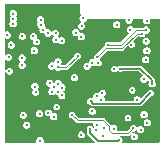
<source format=gbr>
%TF.GenerationSoftware,KiCad,Pcbnew,8.0.7*%
%TF.CreationDate,2025-01-06T01:22:00-08:00*%
%TF.ProjectId,Miniscope-v4-Wire-Free,4d696e69-7363-46f7-9065-2d76342d5769,rev?*%
%TF.SameCoordinates,Original*%
%TF.FileFunction,Copper,L2,Inr*%
%TF.FilePolarity,Positive*%
%FSLAX46Y46*%
G04 Gerber Fmt 4.6, Leading zero omitted, Abs format (unit mm)*
G04 Created by KiCad (PCBNEW 8.0.7) date 2025-01-06 01:22:00*
%MOMM*%
%LPD*%
G01*
G04 APERTURE LIST*
%TA.AperFunction,ViaPad*%
%ADD10C,0.254000*%
%TD*%
%TA.AperFunction,ViaPad*%
%ADD11C,0.304800*%
%TD*%
%TA.AperFunction,Conductor*%
%ADD12C,0.152400*%
%TD*%
%TA.AperFunction,Conductor*%
%ADD13C,0.101600*%
%TD*%
G04 APERTURE END LIST*
D10*
%TO.N,Net-(R22-Pad1)*%
X84046000Y-66989600D03*
D11*
X82598200Y-67540200D03*
D10*
%TO.N,GND*%
X85049800Y-62858600D03*
D11*
X86131000Y-67544900D03*
X83210000Y-61537800D03*
X81051000Y-68497400D03*
X83946500Y-60170600D03*
X83819600Y-69551500D03*
X85474133Y-59612893D03*
D10*
X89129800Y-60915800D03*
D11*
X82090200Y-63476200D03*
X88417000Y-59963000D03*
D10*
X84999000Y-65322400D03*
D11*
X85032200Y-68810200D03*
X82079700Y-63988900D03*
X83349700Y-68357700D03*
X82625800Y-69275800D03*
X81889200Y-58464400D03*
X83932200Y-66033600D03*
D10*
X89698000Y-68853000D03*
X89850400Y-62299800D03*
D11*
X85722400Y-68835600D03*
D10*
X90907800Y-62840800D03*
D11*
X91615200Y-69707000D03*
X89318700Y-67316300D03*
X86446800Y-64941400D03*
X90282200Y-64535000D03*
X92060200Y-69335600D03*
X83556203Y-64504598D03*
X81127200Y-62274400D03*
X83957611Y-64010396D03*
D10*
X86672400Y-62754000D03*
D11*
X81571700Y-61131400D03*
X81114500Y-65779600D03*
%TO.N,/SD_DAT2*%
X79844500Y-60890100D03*
%TO.N,/SD_DAT3*%
X80187400Y-61741000D03*
%TO.N,/SD_DAT0*%
X82067000Y-61017100D03*
%TO.N,/SD_CMD*%
X79971500Y-62769700D03*
%TO.N,/SD_CLK*%
X81130607Y-61000993D03*
%TO.N,/SD_DAT1*%
X80352500Y-59937600D03*
%TO.N,/USB_VBUS*%
X86933200Y-66502800D03*
D10*
X91983500Y-65774900D03*
D11*
%TO.N,/SWCLK*%
X86154200Y-60123400D03*
%TO.N,/SWDIO*%
X86116600Y-61029800D03*
%TO.N,+1V8*%
X84160800Y-63595200D03*
X91676174Y-59683600D03*
X81508200Y-68522800D03*
D10*
X85828800Y-62641800D03*
D11*
X87920000Y-65805000D03*
X84465600Y-66006475D03*
X81114500Y-63447200D03*
X91145275Y-68904400D03*
D10*
X90374400Y-61697800D03*
D11*
X88021597Y-68785053D03*
X85664425Y-60683005D03*
X91676198Y-62223610D03*
X82143200Y-62210900D03*
X82706100Y-60017900D03*
D10*
X90374400Y-61697800D03*
D11*
%TO.N,/SPI1_MOSI*%
X83451300Y-64966800D03*
%TO.N,/SPI1_MISO*%
X83787717Y-65298375D03*
%TO.N,/SDMMC1_D0*%
X82884880Y-60430360D03*
%TO.N,/SDMMC1_D1*%
X82675813Y-59581213D03*
X83982160Y-61273640D03*
%TO.N,/SDMMC1_D3*%
X84454600Y-61359968D03*
X80365202Y-59074000D03*
%TO.N,/SDMMC1_CMD*%
X80377900Y-59505800D03*
%TO.N,/SDMMC1_CK*%
X82346400Y-61461600D03*
D10*
%TO.N,+3V3*%
X90079000Y-67913200D03*
D11*
X80035000Y-63950800D03*
X83792000Y-67802000D03*
D10*
X90434600Y-65576400D03*
D11*
X83946500Y-60720600D03*
X81114500Y-62833200D03*
X81216100Y-67684600D03*
X83311500Y-60720600D03*
X83652687Y-65681699D03*
X82259295Y-65741708D03*
X91424700Y-64644610D03*
D10*
X90434600Y-65576400D03*
X90079000Y-67913200D03*
%TO.N,/LED_PWM*%
X87472400Y-62746600D03*
D11*
X91245317Y-60771100D03*
D10*
%TO.N,VDC*%
X86861000Y-68843400D03*
D11*
X87043200Y-67349700D03*
X82625800Y-69830900D03*
X89307600Y-69800400D03*
D10*
%TO.N,/ENT*%
X88936000Y-63747600D03*
D11*
X90290855Y-60437692D03*
D10*
X88936000Y-63747600D03*
D11*
%TO.N,/VDD_PIX*%
X85546000Y-64489600D03*
X83627400Y-63519002D03*
%TO.N,Net-(C3-Pad2)*%
X87808100Y-66367500D03*
%TO.N,Net-(C4-Pad2)*%
X90857000Y-66367500D03*
%TO.N,/VDDA*%
X89129800Y-60025800D03*
%TO.N,Net-(R1-Pad1)*%
X87449600Y-68480000D03*
%TO.N,Net-(D2-Pad1)*%
X82191800Y-65254200D03*
%TO.N,/RESET_N*%
X84480000Y-65346075D03*
X86614267Y-63531700D03*
%TO.N,/TRIGGER0*%
X87550000Y-63250000D03*
X84165513Y-65676275D03*
%TO.N,/MONITOR0*%
X83334800Y-67471800D03*
%TO.N,/BAT+*%
X86125873Y-69346527D03*
%TO.N,Net-(L1-Pad1)*%
X87945402Y-69462600D03*
%TO.N,Net-(L2-Pad1)*%
X90614100Y-69513400D03*
%TO.N,/XIN32*%
X91628400Y-60466300D03*
D10*
X88418600Y-61702200D03*
D11*
%TO.N,/XOUT32*%
X90167400Y-59640800D03*
%TO.N,/VDDCORE*%
X91589800Y-62993600D03*
%TO.N,/nRESET*%
X87437400Y-66084400D03*
%TO.N,Net-(L5-Pad2)*%
X91615200Y-61410790D03*
%TO.N,/CLK1_OUT*%
X84150000Y-63150000D03*
X87058100Y-63224392D03*
D10*
%TO.N,/ADC0*%
X85340800Y-67650200D03*
D11*
X90536200Y-68776800D03*
%TO.N,/PCC_DATA7*%
X84175200Y-65002360D03*
D10*
%TO.N,/I_LED*%
X89443500Y-63730200D03*
D11*
X92123196Y-65025600D03*
%TO.N,/UART_RX*%
X91704600Y-68319600D03*
%TO.N,/UART_TX*%
X91441871Y-67629458D03*
%TO.N,/SD_DET*%
X86281200Y-59488402D03*
%TO.N,/nCHRG*%
X88872000Y-68810200D03*
X87398800Y-68962600D03*
%TD*%
D12*
%TO.N,GND*%
X89318700Y-68473700D02*
X89318700Y-67316300D01*
X89698000Y-68853000D02*
X89318700Y-68473700D01*
%TO.N,/USB_VBUS*%
X91983500Y-65774900D02*
X91060699Y-66697701D01*
X91060699Y-66697701D02*
X87128101Y-66697701D01*
X87128101Y-66697701D02*
X86933200Y-66502800D01*
D13*
%TO.N,+1V8*%
X84850000Y-63620600D02*
X84186200Y-63620600D01*
X85828800Y-62641800D02*
X84850000Y-63620600D01*
X84186200Y-63620600D02*
X84160800Y-63595200D01*
%TO.N,/LED_PWM*%
X90827800Y-60771100D02*
X89595900Y-62003000D01*
X91245317Y-60771100D02*
X90827800Y-60771100D01*
X88216000Y-62003000D02*
X87472400Y-62746600D01*
X89595900Y-62003000D02*
X88216000Y-62003000D01*
D12*
%TO.N,VDC*%
X86861000Y-69186800D02*
X86861000Y-68843400D01*
X87525800Y-69851600D02*
X86861000Y-69186800D01*
X89307600Y-69800400D02*
X89256400Y-69851600D01*
X89256400Y-69851600D02*
X87525800Y-69851600D01*
D13*
%TO.N,/XIN32*%
X89490300Y-61702200D02*
X88418600Y-61702200D01*
X91628400Y-60466300D02*
X90726200Y-60466300D01*
X90726200Y-60466300D02*
X89490300Y-61702200D01*
%TO.N,/ADC0*%
X90104400Y-69208600D02*
X90536200Y-68776800D01*
X85340800Y-67650200D02*
X85815000Y-68124400D01*
X85815000Y-68124400D02*
X87983000Y-68124400D01*
X88478800Y-68929200D02*
X88758200Y-69208600D01*
X88478800Y-68620200D02*
X88478800Y-68929200D01*
X87983000Y-68124400D02*
X88478800Y-68620200D01*
X88758200Y-69208600D02*
X90104400Y-69208600D01*
D12*
%TO.N,/I_LED*%
X91119900Y-63730200D02*
X92123196Y-64733496D01*
X89443500Y-63730200D02*
X91119900Y-63730200D01*
X92123196Y-64733496D02*
X92123196Y-65025600D01*
%TD*%
%TA.AperFunction,Conductor*%
%TO.N,GND*%
G36*
X85985414Y-58264586D02*
G01*
X86000000Y-58299800D01*
X86000000Y-59000000D01*
X86139726Y-59139726D01*
X86154312Y-59174939D01*
X86139726Y-59210153D01*
X86129418Y-59218064D01*
X86126196Y-59219924D01*
X86126195Y-59219925D01*
X86049153Y-59284572D01*
X86043717Y-59289133D01*
X85989886Y-59382371D01*
X85989884Y-59382376D01*
X85971190Y-59488399D01*
X85971190Y-59488404D01*
X85989884Y-59594427D01*
X85989886Y-59594432D01*
X86043470Y-59687243D01*
X86043719Y-59687673D01*
X86100111Y-59734992D01*
X86103192Y-59737577D01*
X86120792Y-59771386D01*
X86109330Y-59807737D01*
X86088213Y-59822523D01*
X85999195Y-59854922D01*
X85916717Y-59924131D01*
X85862886Y-60017369D01*
X85862884Y-60017374D01*
X85844190Y-60123397D01*
X85844190Y-60123402D01*
X85862884Y-60229425D01*
X85862886Y-60229430D01*
X85900325Y-60294277D01*
X85916719Y-60322671D01*
X85999195Y-60391877D01*
X86100367Y-60428700D01*
X86208033Y-60428700D01*
X86309205Y-60391877D01*
X86391681Y-60322671D01*
X86445514Y-60229430D01*
X86451087Y-60197823D01*
X86464210Y-60123402D01*
X86464210Y-60123397D01*
X86447000Y-60025797D01*
X88819790Y-60025797D01*
X88819790Y-60025802D01*
X88838484Y-60131825D01*
X88838486Y-60131830D01*
X88892319Y-60225071D01*
X88974795Y-60294277D01*
X89075967Y-60331100D01*
X89183633Y-60331100D01*
X89284805Y-60294277D01*
X89367281Y-60225071D01*
X89421114Y-60131830D01*
X89422600Y-60123402D01*
X89439810Y-60025802D01*
X89439810Y-60025797D01*
X89421115Y-59919774D01*
X89421114Y-59919772D01*
X89421114Y-59919770D01*
X89367281Y-59826529D01*
X89284805Y-59757323D01*
X89284804Y-59757322D01*
X89183633Y-59720500D01*
X89075967Y-59720500D01*
X88974795Y-59757322D01*
X88914714Y-59807737D01*
X88904964Y-59815919D01*
X88892317Y-59826531D01*
X88838486Y-59919769D01*
X88838484Y-59919774D01*
X88819790Y-60025797D01*
X86447000Y-60025797D01*
X86445515Y-60017374D01*
X86445514Y-60017372D01*
X86445514Y-60017370D01*
X86391681Y-59924129D01*
X86332207Y-59874224D01*
X86314607Y-59840415D01*
X86326069Y-59804064D01*
X86347183Y-59789279D01*
X86436205Y-59756879D01*
X86518681Y-59687673D01*
X86572514Y-59594432D01*
X86574845Y-59581213D01*
X86581909Y-59541152D01*
X86602388Y-59509006D01*
X86630952Y-59500000D01*
X89822867Y-59500000D01*
X89858081Y-59514586D01*
X89872667Y-59549800D01*
X89871910Y-59558447D01*
X89857390Y-59640796D01*
X89857390Y-59640802D01*
X89876084Y-59746825D01*
X89876086Y-59746830D01*
X89922101Y-59826531D01*
X89929919Y-59840071D01*
X90012395Y-59909277D01*
X90113567Y-59946100D01*
X90221233Y-59946100D01*
X90322405Y-59909277D01*
X90404881Y-59840071D01*
X90458714Y-59746830D01*
X90460346Y-59737577D01*
X90477410Y-59640802D01*
X90477410Y-59640796D01*
X90462890Y-59558447D01*
X90471139Y-59521236D01*
X90503286Y-59500757D01*
X90511933Y-59500000D01*
X91343388Y-59500000D01*
X91378602Y-59514586D01*
X91393188Y-59549800D01*
X91386517Y-59574698D01*
X91384861Y-59577564D01*
X91384859Y-59577572D01*
X91366164Y-59683597D01*
X91366164Y-59683602D01*
X91384858Y-59789625D01*
X91384860Y-59789630D01*
X91433700Y-59874224D01*
X91438693Y-59882871D01*
X91521169Y-59952077D01*
X91622341Y-59988900D01*
X91730007Y-59988900D01*
X91831179Y-59952077D01*
X91913655Y-59882871D01*
X91967488Y-59789630D01*
X91976534Y-59738329D01*
X91986184Y-59683602D01*
X91986184Y-59683597D01*
X91970460Y-59594427D01*
X91967488Y-59577570D01*
X91967487Y-59577568D01*
X91967486Y-59577564D01*
X91965831Y-59574698D01*
X91960857Y-59536909D01*
X91984062Y-59506671D01*
X92008960Y-59500000D01*
X92700200Y-59500000D01*
X92735414Y-59514586D01*
X92750000Y-59549800D01*
X92750000Y-69950200D01*
X92735414Y-69985414D01*
X92700200Y-70000000D01*
X89631147Y-70000000D01*
X89595933Y-69985414D01*
X89581347Y-69950200D01*
X89588019Y-69925300D01*
X89598914Y-69906430D01*
X89612233Y-69830897D01*
X89617610Y-69800402D01*
X89617610Y-69800397D01*
X89598915Y-69694374D01*
X89598914Y-69694372D01*
X89598914Y-69694370D01*
X89545081Y-69601129D01*
X89462605Y-69531923D01*
X89462604Y-69531922D01*
X89399341Y-69508897D01*
X89371239Y-69483147D01*
X89369576Y-69445068D01*
X89395326Y-69416966D01*
X89416373Y-69412300D01*
X90144917Y-69412300D01*
X90144919Y-69412300D01*
X90219787Y-69381289D01*
X90238734Y-69362341D01*
X90273947Y-69347755D01*
X90309161Y-69362340D01*
X90323748Y-69397554D01*
X90322991Y-69406203D01*
X90304090Y-69513397D01*
X90304090Y-69513402D01*
X90322784Y-69619425D01*
X90322786Y-69619430D01*
X90341490Y-69651827D01*
X90376619Y-69712671D01*
X90459095Y-69781877D01*
X90560267Y-69818700D01*
X90667933Y-69818700D01*
X90769105Y-69781877D01*
X90851581Y-69712671D01*
X90905414Y-69619430D01*
X90905415Y-69619425D01*
X90924110Y-69513402D01*
X90924110Y-69513397D01*
X90905415Y-69407374D01*
X90905414Y-69407372D01*
X90905414Y-69407370D01*
X90851581Y-69314129D01*
X90769105Y-69244923D01*
X90769104Y-69244922D01*
X90667933Y-69208100D01*
X90560267Y-69208100D01*
X90508329Y-69227003D01*
X90470250Y-69225340D01*
X90444500Y-69197238D01*
X90446163Y-69159159D01*
X90456083Y-69144992D01*
X90459846Y-69141230D01*
X90504390Y-69096686D01*
X90539604Y-69082100D01*
X90590033Y-69082100D01*
X90691205Y-69045277D01*
X90772262Y-68977261D01*
X90808611Y-68965800D01*
X90842420Y-68983400D01*
X90853314Y-69006764D01*
X90853959Y-69010424D01*
X90853961Y-69010430D01*
X90900999Y-69091903D01*
X90907794Y-69103671D01*
X90990270Y-69172877D01*
X91091442Y-69209700D01*
X91199108Y-69209700D01*
X91300280Y-69172877D01*
X91382756Y-69103671D01*
X91436589Y-69010430D01*
X91436590Y-69010424D01*
X91455285Y-68904402D01*
X91455285Y-68904397D01*
X91436590Y-68798374D01*
X91436589Y-68798372D01*
X91436589Y-68798370D01*
X91382756Y-68705129D01*
X91300280Y-68635923D01*
X91300279Y-68635922D01*
X91199108Y-68599100D01*
X91091442Y-68599100D01*
X90990270Y-68635922D01*
X90909214Y-68703937D01*
X90872863Y-68715398D01*
X90839054Y-68697799D01*
X90828159Y-68674432D01*
X90827514Y-68670770D01*
X90773681Y-68577529D01*
X90691205Y-68508323D01*
X90691204Y-68508322D01*
X90590033Y-68471500D01*
X90482367Y-68471500D01*
X90381195Y-68508322D01*
X90298717Y-68577531D01*
X90244886Y-68670769D01*
X90244884Y-68670774D01*
X90226190Y-68776797D01*
X90226190Y-68778105D01*
X90225788Y-68779073D01*
X90225433Y-68781091D01*
X90224985Y-68781012D01*
X90211604Y-68813319D01*
X90034611Y-68990314D01*
X89999397Y-69004900D01*
X89198376Y-69004900D01*
X89163162Y-68990314D01*
X89148576Y-68955100D01*
X89155248Y-68930200D01*
X89163314Y-68916230D01*
X89165400Y-68904400D01*
X89182010Y-68810202D01*
X89182010Y-68810197D01*
X89163315Y-68704174D01*
X89163314Y-68704172D01*
X89163314Y-68704170D01*
X89109481Y-68610929D01*
X89027005Y-68541723D01*
X89027004Y-68541722D01*
X88925833Y-68504900D01*
X88818167Y-68504900D01*
X88718153Y-68541301D01*
X88680074Y-68539638D01*
X88655112Y-68513560D01*
X88651489Y-68504813D01*
X88594187Y-68447511D01*
X88591351Y-68444675D01*
X88591344Y-68444669D01*
X88466272Y-68319597D01*
X91394590Y-68319597D01*
X91394590Y-68319602D01*
X91413284Y-68425625D01*
X91413286Y-68425630D01*
X91459002Y-68504813D01*
X91467119Y-68518871D01*
X91549595Y-68588077D01*
X91650767Y-68624900D01*
X91758433Y-68624900D01*
X91859605Y-68588077D01*
X91942081Y-68518871D01*
X91995914Y-68425630D01*
X91997476Y-68416770D01*
X92014610Y-68319602D01*
X92014610Y-68319597D01*
X91995915Y-68213574D01*
X91995914Y-68213572D01*
X91995914Y-68213570D01*
X91942081Y-68120329D01*
X91859605Y-68051123D01*
X91859604Y-68051122D01*
X91758433Y-68014300D01*
X91650767Y-68014300D01*
X91549595Y-68051122D01*
X91467117Y-68120331D01*
X91413286Y-68213569D01*
X91413284Y-68213574D01*
X91394590Y-68319597D01*
X88466272Y-68319597D01*
X88155689Y-68009014D01*
X88155689Y-68009013D01*
X88098387Y-67951711D01*
X88098386Y-67951710D01*
X88023521Y-67920700D01*
X88023519Y-67920700D01*
X85920003Y-67920700D01*
X85901887Y-67913196D01*
X89794782Y-67913196D01*
X89794782Y-67913203D01*
X89811920Y-68010404D01*
X89811923Y-68010411D01*
X89861274Y-68095890D01*
X89861276Y-68095892D01*
X89936891Y-68159340D01*
X90029646Y-68193100D01*
X90128354Y-68193100D01*
X90221109Y-68159340D01*
X90296724Y-68095892D01*
X90346078Y-68010408D01*
X90356428Y-67951710D01*
X90363218Y-67913203D01*
X90363218Y-67913196D01*
X90346079Y-67815995D01*
X90346076Y-67815988D01*
X90296725Y-67730509D01*
X90296723Y-67730507D01*
X90221108Y-67667059D01*
X90128354Y-67633300D01*
X90029646Y-67633300D01*
X89936891Y-67667059D01*
X89861276Y-67730507D01*
X89861274Y-67730509D01*
X89811923Y-67815988D01*
X89811920Y-67815995D01*
X89794782Y-67913196D01*
X85901887Y-67913196D01*
X85884789Y-67906114D01*
X85635294Y-67656619D01*
X85621465Y-67630055D01*
X85607878Y-67552992D01*
X85607876Y-67552988D01*
X85558525Y-67467509D01*
X85558523Y-67467507D01*
X85482908Y-67404059D01*
X85390154Y-67370300D01*
X85291446Y-67370300D01*
X85198691Y-67404059D01*
X85123076Y-67467507D01*
X85123074Y-67467509D01*
X85073723Y-67552988D01*
X85073720Y-67552995D01*
X85056582Y-67650196D01*
X85056582Y-67650203D01*
X85073720Y-67747404D01*
X85073723Y-67747411D01*
X85123074Y-67832890D01*
X85123076Y-67832892D01*
X85198691Y-67896340D01*
X85291446Y-67930100D01*
X85311997Y-67930100D01*
X85347211Y-67944686D01*
X85639469Y-68236944D01*
X85639472Y-68236948D01*
X85699613Y-68297089D01*
X85774478Y-68328099D01*
X85774479Y-68328099D01*
X85774481Y-68328100D01*
X87107025Y-68328100D01*
X87142239Y-68342686D01*
X87156825Y-68377900D01*
X87156068Y-68386548D01*
X87139590Y-68479997D01*
X87139590Y-68480002D01*
X87158284Y-68586025D01*
X87158286Y-68586030D01*
X87207338Y-68670992D01*
X87212313Y-68708782D01*
X87196222Y-68734040D01*
X87191056Y-68738375D01*
X87154705Y-68749838D01*
X87120896Y-68732239D01*
X87115916Y-68725127D01*
X87106479Y-68708782D01*
X87078724Y-68660708D01*
X87036050Y-68624900D01*
X87003108Y-68597259D01*
X86910354Y-68563500D01*
X86811646Y-68563500D01*
X86718891Y-68597259D01*
X86643276Y-68660707D01*
X86643274Y-68660709D01*
X86593923Y-68746188D01*
X86593920Y-68746195D01*
X86576782Y-68843396D01*
X86576782Y-68843403D01*
X86593920Y-68940604D01*
X86593922Y-68940608D01*
X86625228Y-68994833D01*
X86631900Y-69019731D01*
X86631900Y-69232372D01*
X86666777Y-69316574D01*
X87265189Y-69914986D01*
X87279775Y-69950200D01*
X87265189Y-69985414D01*
X87229975Y-70000000D01*
X82965280Y-70000000D01*
X82930066Y-69985414D01*
X82915480Y-69950200D01*
X82917048Y-69941342D01*
X82916358Y-69941221D01*
X82935810Y-69830902D01*
X82935810Y-69830897D01*
X82917115Y-69724874D01*
X82917114Y-69724872D01*
X82917114Y-69724870D01*
X82863281Y-69631629D01*
X82788006Y-69568465D01*
X82780804Y-69562422D01*
X82679633Y-69525600D01*
X82571967Y-69525600D01*
X82470795Y-69562422D01*
X82420687Y-69604469D01*
X82399199Y-69622500D01*
X82388317Y-69631631D01*
X82334486Y-69724869D01*
X82334484Y-69724874D01*
X82315790Y-69830897D01*
X82315790Y-69830902D01*
X82335242Y-69941221D01*
X82332731Y-69941663D01*
X82331484Y-69971183D01*
X82303418Y-69996973D01*
X82286320Y-70000000D01*
X79699800Y-70000000D01*
X79664586Y-69985414D01*
X79650000Y-69950200D01*
X79650000Y-69346524D01*
X85815863Y-69346524D01*
X85815863Y-69346529D01*
X85834557Y-69452552D01*
X85834559Y-69452557D01*
X85880380Y-69531922D01*
X85888392Y-69545798D01*
X85970868Y-69615004D01*
X86072040Y-69651827D01*
X86179706Y-69651827D01*
X86280878Y-69615004D01*
X86363354Y-69545798D01*
X86417187Y-69452557D01*
X86423463Y-69416966D01*
X86435883Y-69346529D01*
X86435883Y-69346524D01*
X86417188Y-69240501D01*
X86417187Y-69240499D01*
X86417187Y-69240497D01*
X86363354Y-69147256D01*
X86280878Y-69078050D01*
X86280877Y-69078049D01*
X86179706Y-69041227D01*
X86072040Y-69041227D01*
X85970868Y-69078049D01*
X85908469Y-69130409D01*
X85895574Y-69141230D01*
X85888390Y-69147258D01*
X85834559Y-69240496D01*
X85834557Y-69240501D01*
X85815863Y-69346524D01*
X79650000Y-69346524D01*
X79650000Y-68522797D01*
X81198190Y-68522797D01*
X81198190Y-68522802D01*
X81216884Y-68628825D01*
X81216886Y-68628830D01*
X81263046Y-68708782D01*
X81270719Y-68722071D01*
X81353195Y-68791277D01*
X81454367Y-68828100D01*
X81562033Y-68828100D01*
X81663205Y-68791277D01*
X81745681Y-68722071D01*
X81799514Y-68628830D01*
X81802670Y-68610931D01*
X81818210Y-68522802D01*
X81818210Y-68522797D01*
X81799515Y-68416774D01*
X81799514Y-68416772D01*
X81799514Y-68416770D01*
X81745681Y-68323529D01*
X81663205Y-68254323D01*
X81663204Y-68254322D01*
X81562033Y-68217500D01*
X81454367Y-68217500D01*
X81353195Y-68254322D01*
X81302229Y-68297089D01*
X81275402Y-68319600D01*
X81270717Y-68323531D01*
X81216886Y-68416769D01*
X81216884Y-68416774D01*
X81198190Y-68522797D01*
X79650000Y-68522797D01*
X79650000Y-67684597D01*
X80906090Y-67684597D01*
X80906090Y-67684602D01*
X80924784Y-67790625D01*
X80924786Y-67790630D01*
X80946782Y-67828729D01*
X80978619Y-67883871D01*
X81061095Y-67953077D01*
X81162267Y-67989900D01*
X81269933Y-67989900D01*
X81371105Y-67953077D01*
X81453581Y-67883871D01*
X81507414Y-67790630D01*
X81516435Y-67739468D01*
X81526110Y-67684602D01*
X81526110Y-67684597D01*
X81507415Y-67578574D01*
X81507414Y-67578572D01*
X81507414Y-67578570D01*
X81485259Y-67540197D01*
X82288190Y-67540197D01*
X82288190Y-67540202D01*
X82306884Y-67646225D01*
X82306886Y-67646230D01*
X82359439Y-67737255D01*
X82360719Y-67739471D01*
X82443195Y-67808677D01*
X82544367Y-67845500D01*
X82652033Y-67845500D01*
X82753205Y-67808677D01*
X82835681Y-67739471D01*
X82889514Y-67646230D01*
X82892471Y-67629460D01*
X82908210Y-67540202D01*
X82908210Y-67540197D01*
X82896149Y-67471797D01*
X83024790Y-67471797D01*
X83024790Y-67471802D01*
X83043484Y-67577825D01*
X83043486Y-67577830D01*
X83095002Y-67667059D01*
X83097319Y-67671071D01*
X83179795Y-67740277D01*
X83280967Y-67777100D01*
X83388632Y-67777100D01*
X83388633Y-67777100D01*
X83416465Y-67766970D01*
X83454542Y-67768633D01*
X83480293Y-67796734D01*
X83482539Y-67805119D01*
X83500684Y-67908025D01*
X83500686Y-67908030D01*
X83554519Y-68001271D01*
X83636995Y-68070477D01*
X83738167Y-68107300D01*
X83845833Y-68107300D01*
X83947005Y-68070477D01*
X84029481Y-68001271D01*
X84083314Y-67908030D01*
X84087574Y-67883871D01*
X84102010Y-67802002D01*
X84102010Y-67801997D01*
X84083315Y-67695974D01*
X84083314Y-67695972D01*
X84083314Y-67695970D01*
X84029481Y-67602729D01*
X83947005Y-67533523D01*
X83947004Y-67533522D01*
X83845833Y-67496700D01*
X83738167Y-67496700D01*
X83738166Y-67496700D01*
X83710334Y-67506829D01*
X83672255Y-67505165D01*
X83646506Y-67477063D01*
X83644260Y-67468680D01*
X83626115Y-67365774D01*
X83626114Y-67365772D01*
X83626114Y-67365770D01*
X83616834Y-67349697D01*
X86733190Y-67349697D01*
X86733190Y-67349702D01*
X86751884Y-67455725D01*
X86751886Y-67455730D01*
X86790971Y-67523428D01*
X86805719Y-67548971D01*
X86888195Y-67618177D01*
X86989367Y-67655000D01*
X87097033Y-67655000D01*
X87167218Y-67629455D01*
X91131861Y-67629455D01*
X91131861Y-67629460D01*
X91150555Y-67735483D01*
X91150557Y-67735488D01*
X91190758Y-67805119D01*
X91204390Y-67828729D01*
X91286866Y-67897935D01*
X91388038Y-67934758D01*
X91495704Y-67934758D01*
X91596876Y-67897935D01*
X91679352Y-67828729D01*
X91733185Y-67735488D01*
X91734063Y-67730507D01*
X91751881Y-67629460D01*
X91751881Y-67629455D01*
X91733186Y-67523432D01*
X91733185Y-67523430D01*
X91733185Y-67523428D01*
X91679352Y-67430187D01*
X91596876Y-67360981D01*
X91596875Y-67360980D01*
X91495704Y-67324158D01*
X91388038Y-67324158D01*
X91286866Y-67360980D01*
X91204388Y-67430189D01*
X91150557Y-67523427D01*
X91150555Y-67523432D01*
X91131861Y-67629455D01*
X87167218Y-67629455D01*
X87198205Y-67618177D01*
X87280681Y-67548971D01*
X87334514Y-67455730D01*
X87350376Y-67365774D01*
X87353210Y-67349702D01*
X87353210Y-67349697D01*
X87334515Y-67243674D01*
X87334514Y-67243672D01*
X87334514Y-67243670D01*
X87280681Y-67150429D01*
X87208243Y-67089646D01*
X87198204Y-67081222D01*
X87097033Y-67044400D01*
X86989367Y-67044400D01*
X86888195Y-67081222D01*
X86805717Y-67150431D01*
X86751886Y-67243669D01*
X86751884Y-67243674D01*
X86733190Y-67349697D01*
X83616834Y-67349697D01*
X83572281Y-67272529D01*
X83489805Y-67203323D01*
X83489804Y-67203322D01*
X83388633Y-67166500D01*
X83280967Y-67166500D01*
X83179795Y-67203322D01*
X83097317Y-67272531D01*
X83043486Y-67365769D01*
X83043484Y-67365774D01*
X83024790Y-67471797D01*
X82896149Y-67471797D01*
X82889515Y-67434174D01*
X82889514Y-67434172D01*
X82889514Y-67434170D01*
X82835681Y-67340929D01*
X82753205Y-67271723D01*
X82753204Y-67271722D01*
X82652033Y-67234900D01*
X82544367Y-67234900D01*
X82443195Y-67271722D01*
X82360717Y-67340931D01*
X82306886Y-67434169D01*
X82306884Y-67434174D01*
X82288190Y-67540197D01*
X81485259Y-67540197D01*
X81453581Y-67485329D01*
X81371105Y-67416123D01*
X81371104Y-67416122D01*
X81269933Y-67379300D01*
X81162267Y-67379300D01*
X81061095Y-67416122D01*
X80978617Y-67485331D01*
X80924786Y-67578569D01*
X80924784Y-67578574D01*
X80906090Y-67684597D01*
X79650000Y-67684597D01*
X79650000Y-66989596D01*
X83761782Y-66989596D01*
X83761782Y-66989603D01*
X83778920Y-67086804D01*
X83778923Y-67086811D01*
X83828274Y-67172290D01*
X83828276Y-67172292D01*
X83903891Y-67235740D01*
X83996646Y-67269500D01*
X84095354Y-67269500D01*
X84188109Y-67235740D01*
X84263724Y-67172292D01*
X84313078Y-67086808D01*
X84320556Y-67044400D01*
X84330218Y-66989603D01*
X84330218Y-66989596D01*
X84313079Y-66892395D01*
X84313076Y-66892388D01*
X84263725Y-66806909D01*
X84263723Y-66806907D01*
X84188108Y-66743459D01*
X84095354Y-66709700D01*
X83996646Y-66709700D01*
X83903891Y-66743459D01*
X83828276Y-66806907D01*
X83828274Y-66806909D01*
X83778923Y-66892388D01*
X83778920Y-66892395D01*
X83761782Y-66989596D01*
X79650000Y-66989596D01*
X79650000Y-66502797D01*
X86623190Y-66502797D01*
X86623190Y-66502802D01*
X86641884Y-66608825D01*
X86641886Y-66608830D01*
X86695719Y-66702071D01*
X86778195Y-66771277D01*
X86879367Y-66808100D01*
X86893876Y-66808100D01*
X86929090Y-66822686D01*
X86998327Y-66891923D01*
X87047652Y-66912353D01*
X87047653Y-66912354D01*
X87065091Y-66919577D01*
X87082530Y-66926801D01*
X91106270Y-66926801D01*
X91121821Y-66920358D01*
X91130931Y-66916586D01*
X91130932Y-66916586D01*
X91189334Y-66892395D01*
X91190474Y-66891923D01*
X92016782Y-66065613D01*
X92034959Y-66054033D01*
X92125609Y-66021040D01*
X92201224Y-65957592D01*
X92250578Y-65872108D01*
X92250579Y-65872104D01*
X92267718Y-65774903D01*
X92267718Y-65774896D01*
X92250579Y-65677695D01*
X92250576Y-65677688D01*
X92201225Y-65592209D01*
X92201223Y-65592207D01*
X92125608Y-65528759D01*
X92032854Y-65495000D01*
X91934146Y-65495000D01*
X91841391Y-65528759D01*
X91765776Y-65592207D01*
X91765774Y-65592209D01*
X91716422Y-65677690D01*
X91716421Y-65677693D01*
X91710523Y-65711142D01*
X91696694Y-65737708D01*
X91203216Y-66231185D01*
X91168002Y-66245771D01*
X91132788Y-66231185D01*
X91124874Y-66220871D01*
X91119816Y-66212110D01*
X91094481Y-66168229D01*
X91012005Y-66099023D01*
X91012004Y-66099022D01*
X90910833Y-66062200D01*
X90803167Y-66062200D01*
X90701995Y-66099022D01*
X90663593Y-66131246D01*
X90619521Y-66168228D01*
X90619517Y-66168231D01*
X90565686Y-66261469D01*
X90565684Y-66261474D01*
X90546990Y-66367497D01*
X90546990Y-66367501D01*
X90554511Y-66410153D01*
X90546262Y-66447365D01*
X90514116Y-66467844D01*
X90505468Y-66468601D01*
X88159632Y-66468601D01*
X88124418Y-66454015D01*
X88109832Y-66418801D01*
X88110589Y-66410153D01*
X88118110Y-66367501D01*
X88118110Y-66367497D01*
X88099415Y-66261474D01*
X88099414Y-66261472D01*
X88099414Y-66261470D01*
X88045581Y-66168229D01*
X88045580Y-66168228D01*
X88041799Y-66165055D01*
X88024200Y-66131246D01*
X88035663Y-66094895D01*
X88056780Y-66080110D01*
X88075002Y-66073478D01*
X88075001Y-66073478D01*
X88075005Y-66073477D01*
X88157481Y-66004271D01*
X88211314Y-65911030D01*
X88213180Y-65900449D01*
X88230010Y-65805002D01*
X88230010Y-65804997D01*
X88211315Y-65698974D01*
X88211314Y-65698972D01*
X88211314Y-65698970D01*
X88157481Y-65605729D01*
X88122524Y-65576396D01*
X90150382Y-65576396D01*
X90150382Y-65576403D01*
X90167520Y-65673604D01*
X90167523Y-65673611D01*
X90216874Y-65759090D01*
X90216876Y-65759092D01*
X90292491Y-65822540D01*
X90385246Y-65856300D01*
X90483954Y-65856300D01*
X90576709Y-65822540D01*
X90652324Y-65759092D01*
X90701678Y-65673608D01*
X90703749Y-65661862D01*
X90718818Y-65576403D01*
X90718818Y-65576396D01*
X90701679Y-65479195D01*
X90701676Y-65479188D01*
X90652325Y-65393709D01*
X90652323Y-65393707D01*
X90576708Y-65330259D01*
X90483954Y-65296500D01*
X90385246Y-65296500D01*
X90292491Y-65330259D01*
X90216876Y-65393707D01*
X90216874Y-65393709D01*
X90167523Y-65479188D01*
X90167520Y-65479195D01*
X90150382Y-65576396D01*
X88122524Y-65576396D01*
X88075005Y-65536523D01*
X88075004Y-65536522D01*
X87973833Y-65499700D01*
X87866167Y-65499700D01*
X87764995Y-65536522D01*
X87682517Y-65605731D01*
X87628686Y-65698969D01*
X87628684Y-65698974D01*
X87617425Y-65762831D01*
X87596946Y-65794977D01*
X87559734Y-65803226D01*
X87551350Y-65800980D01*
X87491233Y-65779100D01*
X87383567Y-65779100D01*
X87282395Y-65815922D01*
X87234276Y-65856300D01*
X87204876Y-65880970D01*
X87199917Y-65885131D01*
X87146086Y-65978369D01*
X87146084Y-65978374D01*
X87127390Y-66084397D01*
X87127390Y-66084398D01*
X87127390Y-66084400D01*
X87132345Y-66112500D01*
X87143347Y-66174899D01*
X87135097Y-66212110D01*
X87102950Y-66232590D01*
X87077271Y-66230343D01*
X86987033Y-66197500D01*
X86879367Y-66197500D01*
X86778195Y-66234322D01*
X86695717Y-66303531D01*
X86641886Y-66396769D01*
X86641884Y-66396774D01*
X86623190Y-66502797D01*
X79650000Y-66502797D01*
X79650000Y-65254197D01*
X81881790Y-65254197D01*
X81881790Y-65254202D01*
X81900484Y-65360225D01*
X81900486Y-65360230D01*
X81925990Y-65404405D01*
X81954319Y-65453471D01*
X82002377Y-65493797D01*
X82019977Y-65527605D01*
X82013494Y-65556844D01*
X81967982Y-65635674D01*
X81967979Y-65635682D01*
X81949285Y-65741705D01*
X81949285Y-65741710D01*
X81967979Y-65847733D01*
X81967981Y-65847738D01*
X81998411Y-65900445D01*
X82021814Y-65940979D01*
X82104290Y-66010185D01*
X82205462Y-66047008D01*
X82313128Y-66047008D01*
X82414300Y-66010185D01*
X82496776Y-65940979D01*
X82550609Y-65847738D01*
X82558145Y-65805000D01*
X82569305Y-65741710D01*
X82569305Y-65741705D01*
X82550610Y-65635682D01*
X82550609Y-65635680D01*
X82550609Y-65635678D01*
X82496776Y-65542437D01*
X82448716Y-65502110D01*
X82431117Y-65468302D01*
X82437600Y-65439062D01*
X82457609Y-65404405D01*
X82483114Y-65360230D01*
X82485610Y-65346075D01*
X82501810Y-65254202D01*
X82501810Y-65254197D01*
X82483115Y-65148174D01*
X82483114Y-65148172D01*
X82483114Y-65148170D01*
X82429281Y-65054929D01*
X82346805Y-64985723D01*
X82346804Y-64985722D01*
X82294806Y-64966797D01*
X83141290Y-64966797D01*
X83141290Y-64966802D01*
X83159984Y-65072825D01*
X83159986Y-65072830D01*
X83213819Y-65166071D01*
X83296295Y-65235277D01*
X83397467Y-65272100D01*
X83431287Y-65272100D01*
X83466501Y-65286686D01*
X83480330Y-65313251D01*
X83483442Y-65330900D01*
X83492929Y-65384705D01*
X83484678Y-65421917D01*
X83475897Y-65431500D01*
X83415204Y-65482429D01*
X83361373Y-65575668D01*
X83361371Y-65575673D01*
X83342677Y-65681696D01*
X83342677Y-65681701D01*
X83361371Y-65787724D01*
X83361373Y-65787729D01*
X83400962Y-65856300D01*
X83415206Y-65880970D01*
X83497682Y-65950176D01*
X83598854Y-65986999D01*
X83706520Y-65986999D01*
X83807692Y-65950176D01*
X83880322Y-65889231D01*
X83916672Y-65877770D01*
X83944341Y-65889231D01*
X84010508Y-65944752D01*
X84102871Y-65978369D01*
X84111683Y-65981576D01*
X84115970Y-65982332D01*
X84115648Y-65984158D01*
X84144626Y-65996161D01*
X84158455Y-66022727D01*
X84174284Y-66112500D01*
X84174286Y-66112505D01*
X84206459Y-66168231D01*
X84228119Y-66205746D01*
X84310595Y-66274952D01*
X84411767Y-66311775D01*
X84519433Y-66311775D01*
X84620605Y-66274952D01*
X84703081Y-66205746D01*
X84756914Y-66112505D01*
X84759291Y-66099023D01*
X84775610Y-66006477D01*
X84775610Y-66006472D01*
X84756915Y-65900449D01*
X84756914Y-65900447D01*
X84756914Y-65900445D01*
X84703081Y-65807204D01*
X84620605Y-65737998D01*
X84620604Y-65737997D01*
X84586795Y-65725692D01*
X84558694Y-65699941D01*
X84557031Y-65661862D01*
X84582782Y-65633761D01*
X84586788Y-65632100D01*
X84635005Y-65614552D01*
X84717481Y-65545346D01*
X84771314Y-65452105D01*
X84778170Y-65413222D01*
X84790010Y-65346077D01*
X84790010Y-65346072D01*
X84771315Y-65240049D01*
X84771314Y-65240047D01*
X84771314Y-65240045D01*
X84717481Y-65146804D01*
X84635005Y-65077598D01*
X84635004Y-65077597D01*
X84533833Y-65040775D01*
X84533771Y-65040775D01*
X84533722Y-65040754D01*
X84529543Y-65040018D01*
X84529706Y-65039091D01*
X84498557Y-65026189D01*
X84484728Y-64999623D01*
X84466515Y-64896334D01*
X84466514Y-64896331D01*
X84466514Y-64896330D01*
X84412681Y-64803089D01*
X84330205Y-64733883D01*
X84330204Y-64733882D01*
X84229033Y-64697060D01*
X84121367Y-64697060D01*
X84020195Y-64733882D01*
X83937717Y-64803091D01*
X83883885Y-64896331D01*
X83883884Y-64896333D01*
X83874083Y-64951923D01*
X83853604Y-64984069D01*
X83825040Y-64993075D01*
X83807730Y-64993075D01*
X83772516Y-64978489D01*
X83758687Y-64951923D01*
X83742615Y-64860774D01*
X83742614Y-64860772D01*
X83742614Y-64860770D01*
X83688781Y-64767529D01*
X83606305Y-64698323D01*
X83606304Y-64698322D01*
X83505133Y-64661500D01*
X83397467Y-64661500D01*
X83296295Y-64698322D01*
X83253916Y-64733883D01*
X83225084Y-64758077D01*
X83213817Y-64767531D01*
X83159986Y-64860769D01*
X83159984Y-64860774D01*
X83141290Y-64966797D01*
X82294806Y-64966797D01*
X82245633Y-64948900D01*
X82137967Y-64948900D01*
X82036795Y-64985722D01*
X81954317Y-65054931D01*
X81900486Y-65148169D01*
X81900484Y-65148174D01*
X81881790Y-65254197D01*
X79650000Y-65254197D01*
X79650000Y-64489597D01*
X85235990Y-64489597D01*
X85235990Y-64489602D01*
X85254684Y-64595625D01*
X85254686Y-64595630D01*
X85308519Y-64688871D01*
X85390995Y-64758077D01*
X85492167Y-64794900D01*
X85599833Y-64794900D01*
X85701005Y-64758077D01*
X85783481Y-64688871D01*
X85837314Y-64595630D01*
X85847373Y-64538584D01*
X85856010Y-64489602D01*
X85856010Y-64489597D01*
X85837315Y-64383574D01*
X85837314Y-64383572D01*
X85837314Y-64383570D01*
X85783481Y-64290329D01*
X85701005Y-64221123D01*
X85701004Y-64221122D01*
X85599833Y-64184300D01*
X85492167Y-64184300D01*
X85390995Y-64221122D01*
X85308517Y-64290331D01*
X85254686Y-64383569D01*
X85254684Y-64383574D01*
X85235990Y-64489597D01*
X79650000Y-64489597D01*
X79650000Y-64080416D01*
X79664586Y-64045202D01*
X79699800Y-64030616D01*
X79735014Y-64045202D01*
X79742928Y-64055516D01*
X79743685Y-64056828D01*
X79743686Y-64056830D01*
X79797519Y-64150071D01*
X79879995Y-64219277D01*
X79981167Y-64256100D01*
X80088833Y-64256100D01*
X80190005Y-64219277D01*
X80272481Y-64150071D01*
X80326314Y-64056830D01*
X80334554Y-64010100D01*
X80345010Y-63950802D01*
X80345010Y-63950797D01*
X80326315Y-63844774D01*
X80326314Y-63844772D01*
X80326314Y-63844770D01*
X80272481Y-63751529D01*
X80190005Y-63682323D01*
X80190004Y-63682322D01*
X80088833Y-63645500D01*
X79981167Y-63645500D01*
X79879995Y-63682322D01*
X79824392Y-63728980D01*
X79801419Y-63748257D01*
X79797517Y-63751531D01*
X79742928Y-63846083D01*
X79712689Y-63869286D01*
X79674900Y-63864311D01*
X79651697Y-63834072D01*
X79650000Y-63821183D01*
X79650000Y-63005266D01*
X79664586Y-62970052D01*
X79699800Y-62955466D01*
X79731811Y-62967117D01*
X79734017Y-62968968D01*
X79734019Y-62968971D01*
X79816495Y-63038177D01*
X79917667Y-63075000D01*
X80025333Y-63075000D01*
X80126505Y-63038177D01*
X80208981Y-62968971D01*
X80262814Y-62875730D01*
X80264942Y-62863660D01*
X80270314Y-62833197D01*
X80804490Y-62833197D01*
X80804490Y-62833202D01*
X80823184Y-62939225D01*
X80823186Y-62939230D01*
X80872776Y-63025123D01*
X80877019Y-63032471D01*
X80927703Y-63075000D01*
X80959940Y-63102051D01*
X80977540Y-63135860D01*
X80966078Y-63172211D01*
X80959940Y-63178349D01*
X80877017Y-63247931D01*
X80823186Y-63341169D01*
X80823184Y-63341174D01*
X80804490Y-63447197D01*
X80804490Y-63447202D01*
X80823184Y-63553225D01*
X80823186Y-63553230D01*
X80860931Y-63618607D01*
X80877019Y-63646471D01*
X80959495Y-63715677D01*
X81060667Y-63752500D01*
X81168333Y-63752500D01*
X81269505Y-63715677D01*
X81351981Y-63646471D01*
X81405814Y-63553230D01*
X81409611Y-63531697D01*
X81411850Y-63518999D01*
X83317390Y-63518999D01*
X83317390Y-63519004D01*
X83336084Y-63625027D01*
X83336086Y-63625032D01*
X83369162Y-63682322D01*
X83389919Y-63718273D01*
X83472395Y-63787479D01*
X83573567Y-63824302D01*
X83681233Y-63824302D01*
X83782405Y-63787479D01*
X83829148Y-63748256D01*
X83865498Y-63736795D01*
X83899307Y-63754395D01*
X83904286Y-63761506D01*
X83923317Y-63794468D01*
X83923319Y-63794471D01*
X84005795Y-63863677D01*
X84106967Y-63900500D01*
X84214633Y-63900500D01*
X84315805Y-63863677D01*
X84348847Y-63835950D01*
X84380858Y-63824300D01*
X84890517Y-63824300D01*
X84890519Y-63824300D01*
X84965387Y-63793289D01*
X85022689Y-63735987D01*
X85022689Y-63735985D01*
X85226978Y-63531697D01*
X86304257Y-63531697D01*
X86304257Y-63531702D01*
X86322951Y-63637725D01*
X86322953Y-63637730D01*
X86376786Y-63730971D01*
X86459262Y-63800177D01*
X86560434Y-63837000D01*
X86668100Y-63837000D01*
X86769272Y-63800177D01*
X86831935Y-63747596D01*
X88651782Y-63747596D01*
X88651782Y-63747603D01*
X88668920Y-63844804D01*
X88668923Y-63844811D01*
X88718274Y-63930290D01*
X88718276Y-63930292D01*
X88793891Y-63993740D01*
X88886646Y-64027500D01*
X88985354Y-64027500D01*
X89078109Y-63993740D01*
X89153724Y-63930292D01*
X89154328Y-63929244D01*
X89155100Y-63928652D01*
X89156528Y-63926951D01*
X89156904Y-63927267D01*
X89184564Y-63906038D01*
X89222354Y-63911009D01*
X89229465Y-63915987D01*
X89301391Y-63976340D01*
X89394146Y-64010100D01*
X89492854Y-64010100D01*
X89585609Y-63976340D01*
X89592030Y-63970951D01*
X89624042Y-63959300D01*
X91004375Y-63959300D01*
X91039589Y-63973886D01*
X91340626Y-64274923D01*
X91355212Y-64310137D01*
X91340626Y-64345351D01*
X91322444Y-64356934D01*
X91269695Y-64376132D01*
X91187217Y-64445341D01*
X91133386Y-64538579D01*
X91133384Y-64538584D01*
X91114690Y-64644607D01*
X91114690Y-64644610D01*
X91133384Y-64750635D01*
X91133386Y-64750640D01*
X91163667Y-64803089D01*
X91187219Y-64843881D01*
X91269695Y-64913087D01*
X91370867Y-64949910D01*
X91478533Y-64949910D01*
X91579705Y-64913087D01*
X91662181Y-64843881D01*
X91716014Y-64750640D01*
X91716015Y-64750631D01*
X91716046Y-64750550D01*
X91716101Y-64750489D01*
X91718193Y-64746867D01*
X91718995Y-64747330D01*
X91741789Y-64722442D01*
X91779868Y-64720770D01*
X91798061Y-64732357D01*
X91861007Y-64795303D01*
X91875593Y-64830517D01*
X91868921Y-64855417D01*
X91831882Y-64919569D01*
X91831880Y-64919574D01*
X91813186Y-65025597D01*
X91813186Y-65025602D01*
X91831880Y-65131625D01*
X91831882Y-65131630D01*
X91885715Y-65224871D01*
X91968191Y-65294077D01*
X92069363Y-65330900D01*
X92177029Y-65330900D01*
X92278201Y-65294077D01*
X92360677Y-65224871D01*
X92414510Y-65131630D01*
X92414511Y-65131625D01*
X92433206Y-65025602D01*
X92433206Y-65025597D01*
X92414511Y-64919574D01*
X92414510Y-64919572D01*
X92414510Y-64919570D01*
X92363095Y-64830517D01*
X92358968Y-64823368D01*
X92352296Y-64798468D01*
X92352296Y-64687926D01*
X92352296Y-64687925D01*
X92334354Y-64644610D01*
X92317418Y-64603722D01*
X92317418Y-64603721D01*
X91249674Y-63535977D01*
X91190133Y-63511315D01*
X91165473Y-63501100D01*
X91165471Y-63501100D01*
X89624042Y-63501100D01*
X89592030Y-63489448D01*
X89585608Y-63484059D01*
X89492854Y-63450300D01*
X89394146Y-63450300D01*
X89301391Y-63484059D01*
X89225776Y-63547507D01*
X89225774Y-63547510D01*
X89225165Y-63548565D01*
X89224390Y-63549159D01*
X89222975Y-63550846D01*
X89222600Y-63550532D01*
X89194923Y-63571764D01*
X89157134Y-63566784D01*
X89150032Y-63561810D01*
X89078109Y-63501460D01*
X89078108Y-63501459D01*
X88985354Y-63467700D01*
X88886646Y-63467700D01*
X88793891Y-63501459D01*
X88718276Y-63564907D01*
X88718274Y-63564909D01*
X88668923Y-63650388D01*
X88668920Y-63650395D01*
X88651782Y-63747596D01*
X86831935Y-63747596D01*
X86851748Y-63730971D01*
X86905581Y-63637730D01*
X86919128Y-63560902D01*
X86939607Y-63528756D01*
X86976819Y-63520507D01*
X86985196Y-63522751D01*
X87004267Y-63529692D01*
X87004268Y-63529692D01*
X87111933Y-63529692D01*
X87213105Y-63492869D01*
X87256780Y-63456220D01*
X87293130Y-63444758D01*
X87320798Y-63456218D01*
X87394995Y-63518477D01*
X87496167Y-63555300D01*
X87603833Y-63555300D01*
X87705005Y-63518477D01*
X87787481Y-63449271D01*
X87841314Y-63356030D01*
X87843934Y-63341170D01*
X87860010Y-63250002D01*
X87860010Y-63249997D01*
X87841315Y-63143974D01*
X87841314Y-63143972D01*
X87841314Y-63143970D01*
X87787481Y-63050729D01*
X87719394Y-62993597D01*
X91279790Y-62993597D01*
X91279790Y-62993602D01*
X91298484Y-63099625D01*
X91298486Y-63099630D01*
X91344150Y-63178723D01*
X91352319Y-63192871D01*
X91434795Y-63262077D01*
X91535967Y-63298900D01*
X91643633Y-63298900D01*
X91744805Y-63262077D01*
X91827281Y-63192871D01*
X91881114Y-63099630D01*
X91890928Y-63043974D01*
X91899810Y-62993602D01*
X91899810Y-62993597D01*
X91881115Y-62887574D01*
X91881114Y-62887572D01*
X91881114Y-62887570D01*
X91827281Y-62794329D01*
X91744805Y-62725123D01*
X91744804Y-62725122D01*
X91643633Y-62688300D01*
X91535967Y-62688300D01*
X91434795Y-62725122D01*
X91352317Y-62794331D01*
X91298486Y-62887569D01*
X91298484Y-62887574D01*
X91279790Y-62993597D01*
X87719394Y-62993597D01*
X87706676Y-62982925D01*
X87689076Y-62949116D01*
X87695557Y-62919880D01*
X87739478Y-62843808D01*
X87753065Y-62766743D01*
X87766893Y-62740180D01*
X88283469Y-62223607D01*
X91366188Y-62223607D01*
X91366188Y-62223612D01*
X91384882Y-62329635D01*
X91384884Y-62329640D01*
X91438717Y-62422881D01*
X91521193Y-62492087D01*
X91622365Y-62528910D01*
X91730031Y-62528910D01*
X91831203Y-62492087D01*
X91913679Y-62422881D01*
X91967512Y-62329640D01*
X91986208Y-62223610D01*
X91986208Y-62223607D01*
X91967513Y-62117584D01*
X91967512Y-62117582D01*
X91967512Y-62117580D01*
X91913679Y-62024339D01*
X91831203Y-61955133D01*
X91831202Y-61955132D01*
X91730031Y-61918310D01*
X91622365Y-61918310D01*
X91521193Y-61955132D01*
X91438715Y-62024341D01*
X91384884Y-62117579D01*
X91384882Y-62117584D01*
X91366188Y-62223607D01*
X88283469Y-62223607D01*
X88285790Y-62221286D01*
X88321004Y-62206700D01*
X89636417Y-62206700D01*
X89636419Y-62206700D01*
X89711287Y-62175689D01*
X89768589Y-62118387D01*
X89768589Y-62118385D01*
X90055810Y-61831163D01*
X90091023Y-61816578D01*
X90126237Y-61831164D01*
X90134151Y-61841478D01*
X90156674Y-61880490D01*
X90156676Y-61880492D01*
X90232291Y-61943940D01*
X90325046Y-61977700D01*
X90423754Y-61977700D01*
X90516509Y-61943940D01*
X90592124Y-61880492D01*
X90641478Y-61795008D01*
X90646434Y-61766900D01*
X90658618Y-61697803D01*
X90658618Y-61697796D01*
X90641479Y-61600595D01*
X90641476Y-61600588D01*
X90592125Y-61515109D01*
X90592123Y-61515107D01*
X90513992Y-61449547D01*
X90496392Y-61415738D01*
X90497953Y-61410787D01*
X91305190Y-61410787D01*
X91305190Y-61410792D01*
X91323884Y-61516815D01*
X91323886Y-61516820D01*
X91372249Y-61600588D01*
X91377719Y-61610061D01*
X91460195Y-61679267D01*
X91561367Y-61716090D01*
X91669033Y-61716090D01*
X91770205Y-61679267D01*
X91852681Y-61610061D01*
X91906514Y-61516820D01*
X91912316Y-61483914D01*
X91925210Y-61410792D01*
X91925210Y-61410787D01*
X91906515Y-61304764D01*
X91906514Y-61304762D01*
X91906514Y-61304760D01*
X91852681Y-61211519D01*
X91770205Y-61142313D01*
X91770204Y-61142312D01*
X91669033Y-61105490D01*
X91561367Y-61105490D01*
X91460195Y-61142312D01*
X91377717Y-61211521D01*
X91323886Y-61304759D01*
X91323884Y-61304764D01*
X91305190Y-61410787D01*
X90497953Y-61410787D01*
X90507854Y-61379387D01*
X90510776Y-61376197D01*
X90897589Y-60989386D01*
X90932803Y-60974800D01*
X90994988Y-60974800D01*
X91026999Y-60986451D01*
X91044332Y-61000995D01*
X91090312Y-61039577D01*
X91191484Y-61076400D01*
X91299150Y-61076400D01*
X91400322Y-61039577D01*
X91482798Y-60970371D01*
X91536631Y-60877130D01*
X91536632Y-60877125D01*
X91547983Y-60812752D01*
X91568462Y-60780606D01*
X91597026Y-60771600D01*
X91682233Y-60771600D01*
X91783405Y-60734777D01*
X91865881Y-60665571D01*
X91919714Y-60572330D01*
X91921028Y-60564876D01*
X91938410Y-60466302D01*
X91938410Y-60466297D01*
X91919715Y-60360274D01*
X91919714Y-60360272D01*
X91919714Y-60360270D01*
X91865881Y-60267029D01*
X91783405Y-60197823D01*
X91783404Y-60197822D01*
X91682233Y-60161000D01*
X91574567Y-60161000D01*
X91473395Y-60197822D01*
X91410082Y-60250949D01*
X91378071Y-60262600D01*
X90772521Y-60262600D01*
X90772513Y-60262599D01*
X90766719Y-60262599D01*
X90685682Y-60262599D01*
X90685679Y-60262599D01*
X90641824Y-60280764D01*
X90641825Y-60280765D01*
X90610317Y-60293816D01*
X90572201Y-60293816D01*
X90548131Y-60272707D01*
X90528336Y-60238421D01*
X90445859Y-60169214D01*
X90344688Y-60132392D01*
X90237022Y-60132392D01*
X90135850Y-60169214D01*
X90053372Y-60238423D01*
X89999541Y-60331661D01*
X89999539Y-60331666D01*
X89980845Y-60437689D01*
X89980845Y-60437694D01*
X89999539Y-60543717D01*
X89999541Y-60543722D01*
X90040447Y-60614574D01*
X90053374Y-60636963D01*
X90128150Y-60699708D01*
X90145750Y-60733516D01*
X90134288Y-60769867D01*
X90131353Y-60773070D01*
X89420511Y-61483914D01*
X89385297Y-61498500D01*
X88629413Y-61498500D01*
X88597402Y-61486849D01*
X88560708Y-61456059D01*
X88467954Y-61422300D01*
X88369246Y-61422300D01*
X88276491Y-61456059D01*
X88200876Y-61519507D01*
X88200874Y-61519509D01*
X88151523Y-61604988D01*
X88151520Y-61604995D01*
X88134382Y-61702196D01*
X88134382Y-61702203D01*
X88146194Y-61769194D01*
X88137945Y-61806405D01*
X88116211Y-61823849D01*
X88100613Y-61830310D01*
X87478811Y-62452114D01*
X87443597Y-62466700D01*
X87423046Y-62466700D01*
X87330291Y-62500459D01*
X87254676Y-62563907D01*
X87254674Y-62563909D01*
X87205323Y-62649388D01*
X87205320Y-62649395D01*
X87188182Y-62746596D01*
X87188182Y-62746603D01*
X87205320Y-62843804D01*
X87205323Y-62843811D01*
X87216783Y-62863660D01*
X87221758Y-62901449D01*
X87198555Y-62931688D01*
X87160766Y-62936663D01*
X87156623Y-62935357D01*
X87111933Y-62919092D01*
X87004267Y-62919092D01*
X86903095Y-62955914D01*
X86820617Y-63025123D01*
X86766786Y-63118361D01*
X86766784Y-63118366D01*
X86753238Y-63195189D01*
X86732759Y-63227335D01*
X86695547Y-63235584D01*
X86687163Y-63233338D01*
X86668100Y-63226400D01*
X86560434Y-63226400D01*
X86459262Y-63263222D01*
X86416744Y-63298900D01*
X86391917Y-63319733D01*
X86376784Y-63332431D01*
X86322953Y-63425669D01*
X86322951Y-63425674D01*
X86304257Y-63531697D01*
X85226978Y-63531697D01*
X85822390Y-62936286D01*
X85857604Y-62921700D01*
X85878154Y-62921700D01*
X85970909Y-62887940D01*
X86046524Y-62824492D01*
X86095878Y-62739008D01*
X86097965Y-62727174D01*
X86113018Y-62641803D01*
X86113018Y-62641796D01*
X86095879Y-62544595D01*
X86095876Y-62544588D01*
X86046525Y-62459109D01*
X86046523Y-62459107D01*
X85970908Y-62395659D01*
X85878154Y-62361900D01*
X85779446Y-62361900D01*
X85686691Y-62395659D01*
X85611076Y-62459107D01*
X85611074Y-62459109D01*
X85561722Y-62544590D01*
X85561721Y-62544593D01*
X85548133Y-62621652D01*
X85534304Y-62648218D01*
X84780211Y-63402314D01*
X84744997Y-63416900D01*
X84439100Y-63416900D01*
X84403886Y-63402314D01*
X84400950Y-63399110D01*
X84398338Y-63395997D01*
X84386878Y-63359646D01*
X84393359Y-63339089D01*
X84441314Y-63256030D01*
X84442742Y-63247931D01*
X84460010Y-63150002D01*
X84460010Y-63149997D01*
X84441315Y-63043974D01*
X84441314Y-63043972D01*
X84441314Y-63043970D01*
X84387481Y-62950729D01*
X84312216Y-62887574D01*
X84305004Y-62881522D01*
X84203833Y-62844700D01*
X84096167Y-62844700D01*
X83994995Y-62881522D01*
X83971248Y-62901449D01*
X83914442Y-62949116D01*
X83912517Y-62950731D01*
X83858686Y-63043969D01*
X83858684Y-63043974D01*
X83839990Y-63149997D01*
X83839990Y-63150002D01*
X83847901Y-63194868D01*
X83839652Y-63232080D01*
X83807506Y-63252559D01*
X83781826Y-63250313D01*
X83681233Y-63213702D01*
X83573567Y-63213702D01*
X83472395Y-63250524D01*
X83389917Y-63319733D01*
X83336086Y-63412971D01*
X83336084Y-63412976D01*
X83317390Y-63518999D01*
X81411850Y-63518999D01*
X81424510Y-63447202D01*
X81424510Y-63447197D01*
X81405815Y-63341174D01*
X81405814Y-63341172D01*
X81405814Y-63341170D01*
X81351981Y-63247929D01*
X81269505Y-63178723D01*
X81269504Y-63178722D01*
X81269059Y-63178349D01*
X81251459Y-63144540D01*
X81262921Y-63108189D01*
X81269059Y-63102051D01*
X81269505Y-63101677D01*
X81351981Y-63032471D01*
X81405814Y-62939230D01*
X81414858Y-62887940D01*
X81424510Y-62833202D01*
X81424510Y-62833197D01*
X81405815Y-62727174D01*
X81405814Y-62727172D01*
X81405814Y-62727170D01*
X81351981Y-62633929D01*
X81278513Y-62572282D01*
X81269504Y-62564722D01*
X81168333Y-62527900D01*
X81060667Y-62527900D01*
X80959495Y-62564722D01*
X80877017Y-62633931D01*
X80823186Y-62727169D01*
X80823184Y-62727174D01*
X80804490Y-62833197D01*
X80270314Y-62833197D01*
X80281510Y-62769702D01*
X80281510Y-62769697D01*
X80262815Y-62663674D01*
X80262814Y-62663672D01*
X80262814Y-62663670D01*
X80208981Y-62570429D01*
X80126505Y-62501223D01*
X80126504Y-62501222D01*
X80025333Y-62464400D01*
X79917667Y-62464400D01*
X79816495Y-62501222D01*
X79749114Y-62557762D01*
X79741791Y-62563908D01*
X79731811Y-62572282D01*
X79695460Y-62583744D01*
X79661651Y-62566144D01*
X79650000Y-62534133D01*
X79650000Y-62210897D01*
X81833190Y-62210897D01*
X81833190Y-62210902D01*
X81851884Y-62316925D01*
X81851886Y-62316930D01*
X81877849Y-62361900D01*
X81905719Y-62410171D01*
X81988195Y-62479377D01*
X82089367Y-62516200D01*
X82197033Y-62516200D01*
X82298205Y-62479377D01*
X82380681Y-62410171D01*
X82434514Y-62316930D01*
X82450969Y-62223610D01*
X82453210Y-62210902D01*
X82453210Y-62210897D01*
X82434515Y-62104874D01*
X82434514Y-62104872D01*
X82434514Y-62104870D01*
X82380681Y-62011629D01*
X82298205Y-61942423D01*
X82298204Y-61942422D01*
X82197033Y-61905600D01*
X82089367Y-61905600D01*
X81988195Y-61942422D01*
X81905717Y-62011631D01*
X81851886Y-62104869D01*
X81851884Y-62104874D01*
X81833190Y-62210897D01*
X79650000Y-62210897D01*
X79650000Y-61740997D01*
X79877390Y-61740997D01*
X79877390Y-61741002D01*
X79896084Y-61847025D01*
X79896086Y-61847030D01*
X79929901Y-61905600D01*
X79949919Y-61940271D01*
X80032395Y-62009477D01*
X80133567Y-62046300D01*
X80241233Y-62046300D01*
X80342405Y-62009477D01*
X80424881Y-61940271D01*
X80478714Y-61847030D01*
X80481662Y-61830310D01*
X80497410Y-61741002D01*
X80497410Y-61740997D01*
X80478715Y-61634974D01*
X80478714Y-61634972D01*
X80478714Y-61634970D01*
X80424881Y-61541729D01*
X80352443Y-61480946D01*
X80342404Y-61472522D01*
X80241233Y-61435700D01*
X80133567Y-61435700D01*
X80032395Y-61472522D01*
X79969996Y-61524882D01*
X79951972Y-61540007D01*
X79949917Y-61541731D01*
X79896086Y-61634969D01*
X79896084Y-61634974D01*
X79877390Y-61740997D01*
X79650000Y-61740997D01*
X79650000Y-61215323D01*
X79664586Y-61180109D01*
X79699800Y-61165523D01*
X79716827Y-61168525D01*
X79790667Y-61195400D01*
X79790668Y-61195400D01*
X79898333Y-61195400D01*
X79999505Y-61158577D01*
X80081981Y-61089371D01*
X80133008Y-61000990D01*
X80820597Y-61000990D01*
X80820597Y-61000995D01*
X80839291Y-61107018D01*
X80839293Y-61107023D01*
X80890317Y-61195400D01*
X80893126Y-61200264D01*
X80975602Y-61269470D01*
X81076774Y-61306293D01*
X81184440Y-61306293D01*
X81285612Y-61269470D01*
X81368088Y-61200264D01*
X81421921Y-61107023D01*
X81424402Y-61092953D01*
X81437778Y-61017097D01*
X81756990Y-61017097D01*
X81756990Y-61017102D01*
X81775684Y-61123125D01*
X81775686Y-61123130D01*
X81826717Y-61211519D01*
X81829519Y-61216371D01*
X81884292Y-61262331D01*
X81911995Y-61285577D01*
X82017261Y-61323890D01*
X82016559Y-61325817D01*
X82042587Y-61342386D01*
X82050849Y-61379595D01*
X82050846Y-61379612D01*
X82036390Y-61461597D01*
X82036390Y-61461602D01*
X82055084Y-61567625D01*
X82055086Y-61567630D01*
X82108919Y-61660871D01*
X82191395Y-61730077D01*
X82292567Y-61766900D01*
X82400233Y-61766900D01*
X82501405Y-61730077D01*
X82583881Y-61660871D01*
X82637714Y-61567630D01*
X82641388Y-61546794D01*
X82656410Y-61461602D01*
X82656410Y-61461597D01*
X82637715Y-61355574D01*
X82637714Y-61355572D01*
X82637714Y-61355570D01*
X82583881Y-61262329D01*
X82501405Y-61193123D01*
X82501404Y-61193122D01*
X82396139Y-61154810D01*
X82396838Y-61152888D01*
X82370797Y-61136292D01*
X82362553Y-61099087D01*
X82363509Y-61093670D01*
X82377010Y-61017100D01*
X82377010Y-61017097D01*
X82358315Y-60911074D01*
X82358314Y-60911072D01*
X82358314Y-60911070D01*
X82304481Y-60817829D01*
X82222005Y-60748623D01*
X82222004Y-60748622D01*
X82120833Y-60711800D01*
X82013167Y-60711800D01*
X81911995Y-60748622D01*
X81882860Y-60773070D01*
X81835570Y-60812752D01*
X81829517Y-60817831D01*
X81775686Y-60911069D01*
X81775684Y-60911074D01*
X81756990Y-61017097D01*
X81437778Y-61017097D01*
X81440617Y-61000995D01*
X81440617Y-61000990D01*
X81421922Y-60894967D01*
X81421921Y-60894965D01*
X81421921Y-60894963D01*
X81368088Y-60801722D01*
X81285612Y-60732516D01*
X81285611Y-60732515D01*
X81184440Y-60695693D01*
X81076774Y-60695693D01*
X80975602Y-60732515D01*
X80893124Y-60801724D01*
X80839293Y-60894962D01*
X80839291Y-60894967D01*
X80820597Y-61000990D01*
X80133008Y-61000990D01*
X80135814Y-60996130D01*
X80137194Y-60988305D01*
X80154510Y-60890102D01*
X80154510Y-60890097D01*
X80135815Y-60784074D01*
X80135814Y-60784072D01*
X80135814Y-60784070D01*
X80081981Y-60690829D01*
X79999505Y-60621623D01*
X79999504Y-60621622D01*
X79898333Y-60584800D01*
X79790667Y-60584800D01*
X79716832Y-60611673D01*
X79678753Y-60610010D01*
X79653003Y-60581908D01*
X79650000Y-60564876D01*
X79650000Y-59937597D01*
X80042490Y-59937597D01*
X80042490Y-59937602D01*
X80061184Y-60043625D01*
X80061186Y-60043630D01*
X80112108Y-60131830D01*
X80115019Y-60136871D01*
X80197495Y-60206077D01*
X80298667Y-60242900D01*
X80406333Y-60242900D01*
X80507505Y-60206077D01*
X80589981Y-60136871D01*
X80643814Y-60043630D01*
X80646958Y-60025800D01*
X80662510Y-59937602D01*
X80662510Y-59937597D01*
X80643815Y-59831574D01*
X80643814Y-59831572D01*
X80643814Y-59831570D01*
X80606229Y-59766471D01*
X80601254Y-59728682D01*
X80613614Y-59709281D01*
X80612578Y-59708412D01*
X80615376Y-59705074D01*
X80615381Y-59705071D01*
X80669214Y-59611830D01*
X80674613Y-59581210D01*
X82365803Y-59581210D01*
X82365803Y-59581215D01*
X82384497Y-59687238D01*
X82384499Y-59687243D01*
X82438330Y-59780482D01*
X82438332Y-59780484D01*
X82441559Y-59783192D01*
X82459159Y-59817001D01*
X82452676Y-59846240D01*
X82414787Y-59911866D01*
X82414784Y-59911874D01*
X82396090Y-60017897D01*
X82396090Y-60017902D01*
X82414784Y-60123925D01*
X82414786Y-60123930D01*
X82422257Y-60136871D01*
X82468619Y-60217171D01*
X82551095Y-60286377D01*
X82558023Y-60288898D01*
X82586126Y-60314647D01*
X82590036Y-60344343D01*
X82574870Y-60430356D01*
X82574870Y-60430362D01*
X82593564Y-60536385D01*
X82593566Y-60536390D01*
X82642775Y-60621623D01*
X82647399Y-60629631D01*
X82729875Y-60698837D01*
X82831047Y-60735660D01*
X82938712Y-60735660D01*
X82938713Y-60735660D01*
X82944427Y-60733580D01*
X82982506Y-60735241D01*
X83008257Y-60763341D01*
X83010504Y-60771728D01*
X83020184Y-60826625D01*
X83020186Y-60826630D01*
X83068937Y-60911070D01*
X83074019Y-60919871D01*
X83156495Y-60989077D01*
X83257667Y-61025900D01*
X83365333Y-61025900D01*
X83466505Y-60989077D01*
X83548981Y-60919871D01*
X83585872Y-60855973D01*
X83616111Y-60832771D01*
X83653900Y-60837746D01*
X83672128Y-60855974D01*
X83694640Y-60894967D01*
X83709019Y-60919871D01*
X83769199Y-60970368D01*
X83773446Y-60973932D01*
X83791046Y-61007741D01*
X83779584Y-61044092D01*
X83773447Y-61050229D01*
X83744677Y-61074370D01*
X83690846Y-61167609D01*
X83690844Y-61167614D01*
X83672150Y-61273637D01*
X83672150Y-61273642D01*
X83690844Y-61379665D01*
X83690846Y-61379670D01*
X83738149Y-61461602D01*
X83744679Y-61472911D01*
X83827155Y-61542117D01*
X83928327Y-61578940D01*
X84035993Y-61578940D01*
X84137165Y-61542117D01*
X84138902Y-61540659D01*
X84140633Y-61540113D01*
X84140932Y-61539941D01*
X84140970Y-61540007D01*
X84175250Y-61529196D01*
X84209060Y-61546794D01*
X84214034Y-61553897D01*
X84217119Y-61559239D01*
X84299595Y-61628445D01*
X84400767Y-61665268D01*
X84508433Y-61665268D01*
X84609605Y-61628445D01*
X84692081Y-61559239D01*
X84745914Y-61465998D01*
X84746689Y-61461602D01*
X84764610Y-61359970D01*
X84764610Y-61359965D01*
X84745915Y-61253942D01*
X84745914Y-61253940D01*
X84745914Y-61253938D01*
X84692081Y-61160697D01*
X84611347Y-61092953D01*
X84609604Y-61091490D01*
X84508433Y-61054668D01*
X84400767Y-61054668D01*
X84299596Y-61091490D01*
X84299590Y-61091493D01*
X84297851Y-61092953D01*
X84296115Y-61093499D01*
X84295821Y-61093670D01*
X84295783Y-61093604D01*
X84261498Y-61104409D01*
X84227692Y-61086804D01*
X84222717Y-61079697D01*
X84219641Y-61074369D01*
X84155213Y-61020307D01*
X84137613Y-60986498D01*
X84149075Y-60950147D01*
X84155204Y-60944017D01*
X84183981Y-60919871D01*
X84237814Y-60826630D01*
X84245318Y-60784074D01*
X84256510Y-60720602D01*
X84256510Y-60720597D01*
X84249881Y-60683002D01*
X85354415Y-60683002D01*
X85354415Y-60683007D01*
X85373109Y-60789030D01*
X85373111Y-60789035D01*
X85394816Y-60826630D01*
X85426944Y-60882276D01*
X85509420Y-60951482D01*
X85610592Y-60988305D01*
X85718259Y-60988305D01*
X85739757Y-60980480D01*
X85777836Y-60982141D01*
X85803586Y-61010243D01*
X85806590Y-61027276D01*
X85806590Y-61029802D01*
X85825284Y-61135825D01*
X85825286Y-61135830D01*
X85871786Y-61216371D01*
X85879119Y-61229071D01*
X85961595Y-61298277D01*
X86062767Y-61335100D01*
X86170433Y-61335100D01*
X86271605Y-61298277D01*
X86354081Y-61229071D01*
X86407914Y-61135830D01*
X86408749Y-61131097D01*
X86426610Y-61029802D01*
X86426610Y-61029797D01*
X86407915Y-60923774D01*
X86407914Y-60923772D01*
X86407914Y-60923770D01*
X86354081Y-60830529D01*
X86271605Y-60761323D01*
X86271604Y-60761322D01*
X86170433Y-60724500D01*
X86062767Y-60724500D01*
X86041267Y-60732325D01*
X86003188Y-60730662D01*
X85977438Y-60702560D01*
X85974435Y-60685528D01*
X85974435Y-60683002D01*
X85955740Y-60576979D01*
X85955739Y-60576977D01*
X85955739Y-60576975D01*
X85901906Y-60483734D01*
X85819430Y-60414528D01*
X85819429Y-60414527D01*
X85718258Y-60377705D01*
X85610592Y-60377705D01*
X85509420Y-60414527D01*
X85426942Y-60483736D01*
X85373111Y-60576974D01*
X85373109Y-60576979D01*
X85354415Y-60683002D01*
X84249881Y-60683002D01*
X84237815Y-60614574D01*
X84237814Y-60614572D01*
X84237814Y-60614570D01*
X84183981Y-60521329D01*
X84101505Y-60452123D01*
X84101504Y-60452122D01*
X84000333Y-60415300D01*
X83892667Y-60415300D01*
X83791495Y-60452122D01*
X83709017Y-60521331D01*
X83672128Y-60585225D01*
X83641889Y-60608428D01*
X83604100Y-60603453D01*
X83585872Y-60585225D01*
X83548982Y-60521331D01*
X83548981Y-60521329D01*
X83466505Y-60452123D01*
X83466504Y-60452122D01*
X83365333Y-60415300D01*
X83257667Y-60415300D01*
X83257666Y-60415300D01*
X83251944Y-60417382D01*
X83213865Y-60415715D01*
X83188118Y-60387610D01*
X83185877Y-60379245D01*
X83176194Y-60324330D01*
X83122361Y-60231089D01*
X83039885Y-60161883D01*
X83032949Y-60159358D01*
X83004850Y-60133606D01*
X83000943Y-60103915D01*
X83016110Y-60017901D01*
X83016110Y-60017897D01*
X82997415Y-59911874D01*
X82997414Y-59911872D01*
X82997414Y-59911870D01*
X82943581Y-59818629D01*
X82940350Y-59815918D01*
X82922752Y-59782109D01*
X82929233Y-59752875D01*
X82967127Y-59687243D01*
X82975317Y-59640796D01*
X82985823Y-59581215D01*
X82985823Y-59581210D01*
X82967128Y-59475187D01*
X82967127Y-59475185D01*
X82967127Y-59475183D01*
X82913294Y-59381942D01*
X82830818Y-59312736D01*
X82830817Y-59312735D01*
X82729646Y-59275913D01*
X82621980Y-59275913D01*
X82520808Y-59312735D01*
X82458409Y-59365095D01*
X82442673Y-59378300D01*
X82438330Y-59381944D01*
X82384499Y-59475182D01*
X82384497Y-59475187D01*
X82365803Y-59581210D01*
X80674613Y-59581210D01*
X80675256Y-59577564D01*
X80687910Y-59505802D01*
X80687910Y-59505797D01*
X80669215Y-59399774D01*
X80669214Y-59399772D01*
X80669214Y-59399770D01*
X80632108Y-59335500D01*
X80613807Y-59303802D01*
X80608832Y-59266013D01*
X80613804Y-59254008D01*
X80656516Y-59180030D01*
X80675212Y-59074000D01*
X80675212Y-59073997D01*
X80656517Y-58967974D01*
X80656516Y-58967972D01*
X80656516Y-58967970D01*
X80602683Y-58874729D01*
X80520207Y-58805523D01*
X80520206Y-58805522D01*
X80419035Y-58768700D01*
X80311369Y-58768700D01*
X80210197Y-58805522D01*
X80127719Y-58874731D01*
X80073888Y-58967969D01*
X80073886Y-58967974D01*
X80055192Y-59073997D01*
X80055192Y-59074002D01*
X80073886Y-59180025D01*
X80073888Y-59180030D01*
X80129294Y-59275996D01*
X80134269Y-59313785D01*
X80129294Y-59325795D01*
X80086587Y-59399766D01*
X80086584Y-59399774D01*
X80067890Y-59505797D01*
X80067890Y-59505802D01*
X80086584Y-59611825D01*
X80086586Y-59611830D01*
X80124170Y-59676928D01*
X80129145Y-59714718D01*
X80116789Y-59734127D01*
X80117819Y-59734992D01*
X80115018Y-59738329D01*
X80061186Y-59831569D01*
X80061184Y-59831574D01*
X80042490Y-59937597D01*
X79650000Y-59937597D01*
X79650000Y-58299800D01*
X79664586Y-58264586D01*
X79699800Y-58250000D01*
X85950200Y-58250000D01*
X85985414Y-58264586D01*
G37*
%TD.AperFunction*%
%TD*%
M02*

</source>
